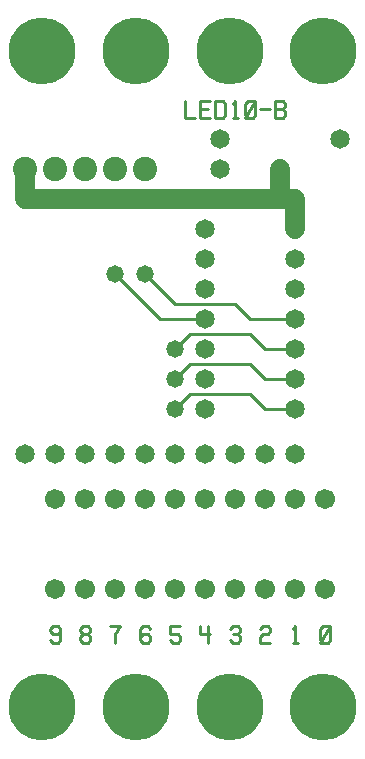
<source format=gtl>
%MOIN*%
%FSLAX25Y25*%
G04 D10 used for Character Trace; *
G04     Circle (OD=.01000) (No hole)*
G04 D11 used for Power Trace; *
G04     Circle (OD=.06700) (No hole)*
G04 D12 used for Signal Trace; *
G04     Circle (OD=.01100) (No hole)*
G04 D13 used for Via; *
G04     Circle (OD=.05800) (Round. Hole ID=.02800)*
G04 D14 used for Component hole; *
G04     Circle (OD=.06500) (Round. Hole ID=.03500)*
G04 D15 used for Component hole; *
G04     Circle (OD=.06700) (Round. Hole ID=.04300)*
G04 D16 used for Component hole; *
G04     Circle (OD=.08100) (Round. Hole ID=.05100)*
G04 D17 used for Component hole; *
G04     Circle (OD=.08900) (Round. Hole ID=.05900)*
G04 D18 used for Component hole; *
G04     Circle (OD=.11300) (Round. Hole ID=.08300)*
G04 D19 used for Component hole; *
G04     Circle (OD=.16000) (Round. Hole ID=.13000)*
G04 D20 used for Component hole; *
G04     Circle (OD=.18300) (Round. Hole ID=.15300)*
G04 D21 used for Component hole; *
G04     Circle (OD=.22291) (Round. Hole ID=.19291)*
%ADD10C,.01000*%
%ADD11C,.06700*%
%ADD12C,.01100*%
%ADD13C,.05800*%
%ADD14C,.06500*%
%ADD15C,.06700*%
%ADD16C,.08100*%
%ADD17C,.08900*%
%ADD18C,.11300*%
%ADD19C,.16000*%
%ADD20C,.18300*%
%ADD21C,.22291*%
%IPPOS*%
%LPD*%
G90*X0Y0D02*D21*X15625Y15625D03*D10*              
X38326Y42871D02*X41674D01*X40000Y40000D01*        
Y37129D01*X29163Y40000D02*X28326Y40957D01*        
Y41914D01*X29163Y42871D01*X30837D01*              
X31674Y41914D01*Y40957D01*X30837Y40000D01*        
X29163D01*X28326Y39043D01*Y38086D01*              
X29163Y37129D01*X30837D01*X31674Y38086D01*        
Y39043D01*X30837Y40000D01*X21674Y40957D02*        
X20837Y40000D01*X19163D01*X18326Y40957D01*        
Y41914D01*X19163Y42871D01*X20837D01*              
X21674Y41914D01*Y38086D01*X20837Y37129D01*        
X19163D01*X18326Y38086D01*D21*X46875Y15625D03*D10*
X51674Y41914D02*X50837Y42871D01*X49163D01*        
X48326Y41914D01*Y38086D01*X49163Y37129D01*        
X50837D01*X51674Y38086D01*Y39043D01*              
X50837Y40000D01*X49163D01*X48326Y39043D01*D15*    
X50000Y55000D03*X40000D03*X30000D03*X20000D03*D10*
X61674Y42871D02*X58326D01*Y40000D01*X60837D01*    
X61674Y39043D01*Y38086D01*X60837Y37129D01*        
X59163D01*X58326Y38086D01*D15*X60000Y55000D03*D10*
X70837Y42871D02*Y37129D01*X68326Y42871D02*        
Y40000D01*X71674D01*D15*X70000Y55000D03*D21*      
X78125Y15625D03*D10*X78326Y41914D02*              
X79163Y42871D01*X80837D01*X81674Y41914D01*        
Y40957D01*X80837Y40000D01*X79163D01*X80837D02*    
X81674Y39043D01*Y38086D01*X80837Y37129D01*        
X79163D01*X78326Y38086D01*D15*X80000Y55000D03*    
Y85000D03*X70000D03*X60000D03*X50000D03*X40000D03*
X30000D03*X20000D03*D10*X88326Y41914D02*          
X89163Y42871D01*X90837D01*X91674Y41914D01*        
Y40957D01*X90837Y40000D01*X89163D01*              
X88326Y39043D01*Y37129D01*X91674D01*D15*          
X90000Y55000D03*Y85000D03*D14*X100000Y100000D03*  
X90000D03*X80000D03*X70000D03*X60000D03*X50000D03*
X40000D03*X30000D03*X20000D03*X10000D03*D10*      
X99163Y41914D02*X100000Y42871D01*Y37129D01*       
X99163D02*X100837D01*D15*X100000Y55000D03*        
Y85000D03*D21*X109375Y15625D03*D10*               
X111674Y38086D02*X110837Y37129D01*X109163D01*     
X108326Y38086D01*Y41914D01*X109163Y42871D01*      
X110837D01*X111674Y41914D01*Y38086D01*            
X108326Y37129D02*X111674Y42871D01*D15*            
X110000Y55000D03*Y85000D03*D14*X100000Y115000D03* 
D12*X90000D01*X85000Y120000D01*X65000D01*         
X60000Y115000D01*D13*D03*D14*X70000Y125000D03*    
Y115000D03*D13*X60000Y125000D03*D12*              
X65000Y130000D01*X85000D01*X90000Y125000D01*      
X100000D01*D14*D03*D12*X90000Y135000D02*          
X100000D01*D14*D03*Y145000D03*D12*X85000D01*      
X80000Y150000D01*X60000D01*X50000Y160000D01*D13*  
D03*X40000D03*D12*X55000Y145000D01*X70000D01*D14* 
D03*D12*X60000Y135000D02*X65000Y140000D01*D13*    
X60000Y135000D03*D12*X65000Y140000D02*X85000D01*  
X90000Y135000D01*D14*X70000Y155000D03*X100000D03* 
X70000Y135000D03*X100000Y165000D03*X70000D03*     
X100000Y175000D03*D11*Y185000D01*X95000D01*       
X10000D01*Y195000D01*D16*D03*X20000D03*X30000D03* 
X40000D03*D21*X46875Y234375D03*X15625D03*D16*     
X50000Y195000D03*D10*X63326Y217871D02*Y212129D01* 
X66674D01*X71674D02*X68326D01*Y217871D01*         
X71674D01*X68326Y215000D02*X70837D01*             
X73326Y212129D02*Y217871D01*X75837D01*            
X76674Y216914D01*Y213086D01*X75837Y212129D01*     
X73326D01*X79163Y216914D02*X80000Y217871D01*      
Y212129D01*X79163D02*X80837D01*X86674Y213086D02*  
X85837Y212129D01*X84163D01*X83326Y213086D01*      
Y216914D01*X84163Y217871D01*X85837D01*            
X86674Y216914D01*Y213086D01*X83326Y212129D02*     
X86674Y217871D01*X88326Y215000D02*X91674D01*      
X93326Y212129D02*Y217871D01*X95837D01*            
X96674Y216914D01*Y215957D01*X95837Y215000D01*     
X96674Y214043D01*Y213086D01*X95837Y212129D01*     
X93326D01*Y215000D02*X95837D01*D14*               
X70000Y175000D03*X75000Y195000D03*Y205000D03*D21* 
X78125Y234375D03*D11*X95000Y185000D02*Y195000D01* 
D14*D03*X115000Y205000D03*D21*X109375Y234375D03*  
M02*                                              

</source>
